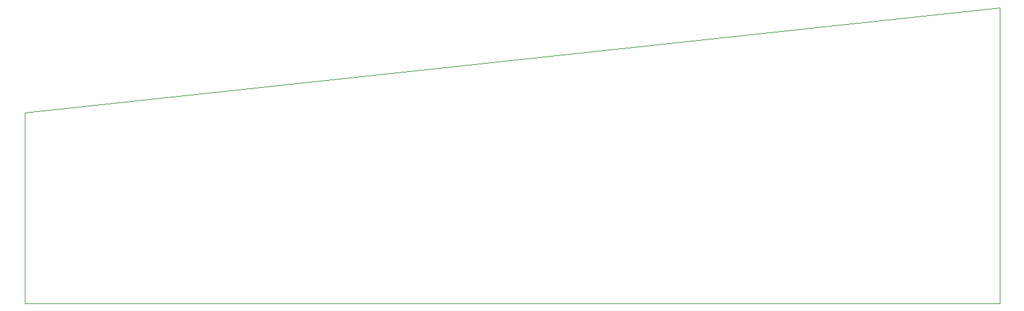
<source format=gbr>
%TF.GenerationSoftware,KiCad,Pcbnew,(5.1.8)-1*%
%TF.CreationDate,2025-07-04T22:22:33+03:00*%
%TF.ProjectId,MUX8x1-1bit,4d555838-7831-42d3-9162-69742e6b6963,rev?*%
%TF.SameCoordinates,Original*%
%TF.FileFunction,Profile,NP*%
%FSLAX46Y46*%
G04 Gerber Fmt 4.6, Leading zero omitted, Abs format (unit mm)*
G04 Created by KiCad (PCBNEW (5.1.8)-1) date 2025-07-04 22:22:33*
%MOMM*%
%LPD*%
G01*
G04 APERTURE LIST*
%TA.AperFunction,Profile*%
%ADD10C,0.050000*%
%TD*%
G04 APERTURE END LIST*
D10*
X15240000Y-33020000D02*
X15240000Y-58420000D01*
X144780000Y-19050000D02*
X15240000Y-33020000D01*
X144780000Y-58420000D02*
X144780000Y-19050000D01*
X15240000Y-58420000D02*
X144780000Y-58420000D01*
M02*

</source>
